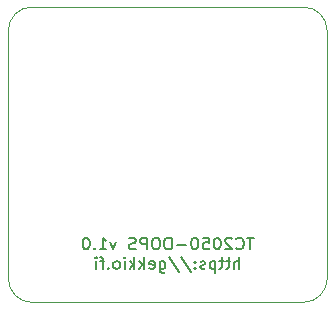
<source format=gbr>
G04 #@! TF.GenerationSoftware,KiCad,Pcbnew,5.1.6-c6e7f7d~86~ubuntu20.04.1*
G04 #@! TF.CreationDate,2020-05-16T23:21:58+03:00*
G04 #@! TF.ProjectId,TC2050-OOPS,54433230-3530-42d4-9f4f-50532e6b6963,v1.0*
G04 #@! TF.SameCoordinates,Original*
G04 #@! TF.FileFunction,Legend,Bot*
G04 #@! TF.FilePolarity,Positive*
%FSLAX46Y46*%
G04 Gerber Fmt 4.6, Leading zero omitted, Abs format (unit mm)*
G04 Created by KiCad (PCBNEW 5.1.6-c6e7f7d~86~ubuntu20.04.1) date 2020-05-16 23:21:58*
%MOMM*%
%LPD*%
G01*
G04 APERTURE LIST*
G04 #@! TA.AperFunction,Profile*
%ADD10C,0.050000*%
G04 #@! TD*
%ADD11C,0.150000*%
G04 APERTURE END LIST*
D10*
X74000000Y-49000000D02*
G75*
G02*
X76000000Y-51000000I0J-2000000D01*
G01*
X76000000Y-72000000D02*
G75*
G02*
X74000000Y-74000000I-2000000J0D01*
G01*
X51000000Y-74000000D02*
G75*
G02*
X49000000Y-72000000I0J2000000D01*
G01*
D11*
X69785714Y-68527380D02*
X69214285Y-68527380D01*
X69500000Y-69527380D02*
X69500000Y-68527380D01*
X68309523Y-69432142D02*
X68357142Y-69479761D01*
X68500000Y-69527380D01*
X68595238Y-69527380D01*
X68738095Y-69479761D01*
X68833333Y-69384523D01*
X68880952Y-69289285D01*
X68928571Y-69098809D01*
X68928571Y-68955952D01*
X68880952Y-68765476D01*
X68833333Y-68670238D01*
X68738095Y-68575000D01*
X68595238Y-68527380D01*
X68500000Y-68527380D01*
X68357142Y-68575000D01*
X68309523Y-68622619D01*
X67928571Y-68622619D02*
X67880952Y-68575000D01*
X67785714Y-68527380D01*
X67547619Y-68527380D01*
X67452380Y-68575000D01*
X67404761Y-68622619D01*
X67357142Y-68717857D01*
X67357142Y-68813095D01*
X67404761Y-68955952D01*
X67976190Y-69527380D01*
X67357142Y-69527380D01*
X66738095Y-68527380D02*
X66642857Y-68527380D01*
X66547619Y-68575000D01*
X66500000Y-68622619D01*
X66452380Y-68717857D01*
X66404761Y-68908333D01*
X66404761Y-69146428D01*
X66452380Y-69336904D01*
X66500000Y-69432142D01*
X66547619Y-69479761D01*
X66642857Y-69527380D01*
X66738095Y-69527380D01*
X66833333Y-69479761D01*
X66880952Y-69432142D01*
X66928571Y-69336904D01*
X66976190Y-69146428D01*
X66976190Y-68908333D01*
X66928571Y-68717857D01*
X66880952Y-68622619D01*
X66833333Y-68575000D01*
X66738095Y-68527380D01*
X65500000Y-68527380D02*
X65976190Y-68527380D01*
X66023809Y-69003571D01*
X65976190Y-68955952D01*
X65880952Y-68908333D01*
X65642857Y-68908333D01*
X65547619Y-68955952D01*
X65500000Y-69003571D01*
X65452380Y-69098809D01*
X65452380Y-69336904D01*
X65500000Y-69432142D01*
X65547619Y-69479761D01*
X65642857Y-69527380D01*
X65880952Y-69527380D01*
X65976190Y-69479761D01*
X66023809Y-69432142D01*
X64833333Y-68527380D02*
X64738095Y-68527380D01*
X64642857Y-68575000D01*
X64595238Y-68622619D01*
X64547619Y-68717857D01*
X64500000Y-68908333D01*
X64500000Y-69146428D01*
X64547619Y-69336904D01*
X64595238Y-69432142D01*
X64642857Y-69479761D01*
X64738095Y-69527380D01*
X64833333Y-69527380D01*
X64928571Y-69479761D01*
X64976190Y-69432142D01*
X65023809Y-69336904D01*
X65071428Y-69146428D01*
X65071428Y-68908333D01*
X65023809Y-68717857D01*
X64976190Y-68622619D01*
X64928571Y-68575000D01*
X64833333Y-68527380D01*
X64071428Y-69146428D02*
X63309523Y-69146428D01*
X62642857Y-68527380D02*
X62452380Y-68527380D01*
X62357142Y-68575000D01*
X62261904Y-68670238D01*
X62214285Y-68860714D01*
X62214285Y-69194047D01*
X62261904Y-69384523D01*
X62357142Y-69479761D01*
X62452380Y-69527380D01*
X62642857Y-69527380D01*
X62738095Y-69479761D01*
X62833333Y-69384523D01*
X62880952Y-69194047D01*
X62880952Y-68860714D01*
X62833333Y-68670238D01*
X62738095Y-68575000D01*
X62642857Y-68527380D01*
X61595238Y-68527380D02*
X61404761Y-68527380D01*
X61309523Y-68575000D01*
X61214285Y-68670238D01*
X61166666Y-68860714D01*
X61166666Y-69194047D01*
X61214285Y-69384523D01*
X61309523Y-69479761D01*
X61404761Y-69527380D01*
X61595238Y-69527380D01*
X61690476Y-69479761D01*
X61785714Y-69384523D01*
X61833333Y-69194047D01*
X61833333Y-68860714D01*
X61785714Y-68670238D01*
X61690476Y-68575000D01*
X61595238Y-68527380D01*
X60738095Y-69527380D02*
X60738095Y-68527380D01*
X60357142Y-68527380D01*
X60261904Y-68575000D01*
X60214285Y-68622619D01*
X60166666Y-68717857D01*
X60166666Y-68860714D01*
X60214285Y-68955952D01*
X60261904Y-69003571D01*
X60357142Y-69051190D01*
X60738095Y-69051190D01*
X59785714Y-69479761D02*
X59642857Y-69527380D01*
X59404761Y-69527380D01*
X59309523Y-69479761D01*
X59261904Y-69432142D01*
X59214285Y-69336904D01*
X59214285Y-69241666D01*
X59261904Y-69146428D01*
X59309523Y-69098809D01*
X59404761Y-69051190D01*
X59595238Y-69003571D01*
X59690476Y-68955952D01*
X59738095Y-68908333D01*
X59785714Y-68813095D01*
X59785714Y-68717857D01*
X59738095Y-68622619D01*
X59690476Y-68575000D01*
X59595238Y-68527380D01*
X59357142Y-68527380D01*
X59214285Y-68575000D01*
X58119047Y-68860714D02*
X57880952Y-69527380D01*
X57642857Y-68860714D01*
X56738095Y-69527380D02*
X57309523Y-69527380D01*
X57023809Y-69527380D02*
X57023809Y-68527380D01*
X57119047Y-68670238D01*
X57214285Y-68765476D01*
X57309523Y-68813095D01*
X56309523Y-69432142D02*
X56261904Y-69479761D01*
X56309523Y-69527380D01*
X56357142Y-69479761D01*
X56309523Y-69432142D01*
X56309523Y-69527380D01*
X55642857Y-68527380D02*
X55547619Y-68527380D01*
X55452380Y-68575000D01*
X55404761Y-68622619D01*
X55357142Y-68717857D01*
X55309523Y-68908333D01*
X55309523Y-69146428D01*
X55357142Y-69336904D01*
X55404761Y-69432142D01*
X55452380Y-69479761D01*
X55547619Y-69527380D01*
X55642857Y-69527380D01*
X55738095Y-69479761D01*
X55785714Y-69432142D01*
X55833333Y-69336904D01*
X55880952Y-69146428D01*
X55880952Y-68908333D01*
X55833333Y-68717857D01*
X55785714Y-68622619D01*
X55738095Y-68575000D01*
X55642857Y-68527380D01*
X68571428Y-71177380D02*
X68571428Y-70177380D01*
X68142857Y-71177380D02*
X68142857Y-70653571D01*
X68190476Y-70558333D01*
X68285714Y-70510714D01*
X68428571Y-70510714D01*
X68523809Y-70558333D01*
X68571428Y-70605952D01*
X67809523Y-70510714D02*
X67428571Y-70510714D01*
X67666666Y-70177380D02*
X67666666Y-71034523D01*
X67619047Y-71129761D01*
X67523809Y-71177380D01*
X67428571Y-71177380D01*
X67238095Y-70510714D02*
X66857142Y-70510714D01*
X67095238Y-70177380D02*
X67095238Y-71034523D01*
X67047619Y-71129761D01*
X66952380Y-71177380D01*
X66857142Y-71177380D01*
X66523809Y-70510714D02*
X66523809Y-71510714D01*
X66523809Y-70558333D02*
X66428571Y-70510714D01*
X66238095Y-70510714D01*
X66142857Y-70558333D01*
X66095238Y-70605952D01*
X66047619Y-70701190D01*
X66047619Y-70986904D01*
X66095238Y-71082142D01*
X66142857Y-71129761D01*
X66238095Y-71177380D01*
X66428571Y-71177380D01*
X66523809Y-71129761D01*
X65666666Y-71129761D02*
X65571428Y-71177380D01*
X65380952Y-71177380D01*
X65285714Y-71129761D01*
X65238095Y-71034523D01*
X65238095Y-70986904D01*
X65285714Y-70891666D01*
X65380952Y-70844047D01*
X65523809Y-70844047D01*
X65619047Y-70796428D01*
X65666666Y-70701190D01*
X65666666Y-70653571D01*
X65619047Y-70558333D01*
X65523809Y-70510714D01*
X65380952Y-70510714D01*
X65285714Y-70558333D01*
X64809523Y-71082142D02*
X64761904Y-71129761D01*
X64809523Y-71177380D01*
X64857142Y-71129761D01*
X64809523Y-71082142D01*
X64809523Y-71177380D01*
X64809523Y-70558333D02*
X64761904Y-70605952D01*
X64809523Y-70653571D01*
X64857142Y-70605952D01*
X64809523Y-70558333D01*
X64809523Y-70653571D01*
X63619047Y-70129761D02*
X64476190Y-71415476D01*
X62571428Y-70129761D02*
X63428571Y-71415476D01*
X61809523Y-70510714D02*
X61809523Y-71320238D01*
X61857142Y-71415476D01*
X61904761Y-71463095D01*
X62000000Y-71510714D01*
X62142857Y-71510714D01*
X62238095Y-71463095D01*
X61809523Y-71129761D02*
X61904761Y-71177380D01*
X62095238Y-71177380D01*
X62190476Y-71129761D01*
X62238095Y-71082142D01*
X62285714Y-70986904D01*
X62285714Y-70701190D01*
X62238095Y-70605952D01*
X62190476Y-70558333D01*
X62095238Y-70510714D01*
X61904761Y-70510714D01*
X61809523Y-70558333D01*
X60952380Y-71129761D02*
X61047619Y-71177380D01*
X61238095Y-71177380D01*
X61333333Y-71129761D01*
X61380952Y-71034523D01*
X61380952Y-70653571D01*
X61333333Y-70558333D01*
X61238095Y-70510714D01*
X61047619Y-70510714D01*
X60952380Y-70558333D01*
X60904761Y-70653571D01*
X60904761Y-70748809D01*
X61380952Y-70844047D01*
X60476190Y-71177380D02*
X60476190Y-70177380D01*
X60380952Y-70796428D02*
X60095238Y-71177380D01*
X60095238Y-70510714D02*
X60476190Y-70891666D01*
X59666666Y-71177380D02*
X59666666Y-70177380D01*
X59571428Y-70796428D02*
X59285714Y-71177380D01*
X59285714Y-70510714D02*
X59666666Y-70891666D01*
X58857142Y-71177380D02*
X58857142Y-70510714D01*
X58857142Y-70177380D02*
X58904761Y-70225000D01*
X58857142Y-70272619D01*
X58809523Y-70225000D01*
X58857142Y-70177380D01*
X58857142Y-70272619D01*
X58238095Y-71177380D02*
X58333333Y-71129761D01*
X58380952Y-71082142D01*
X58428571Y-70986904D01*
X58428571Y-70701190D01*
X58380952Y-70605952D01*
X58333333Y-70558333D01*
X58238095Y-70510714D01*
X58095238Y-70510714D01*
X58000000Y-70558333D01*
X57952380Y-70605952D01*
X57904761Y-70701190D01*
X57904761Y-70986904D01*
X57952380Y-71082142D01*
X58000000Y-71129761D01*
X58095238Y-71177380D01*
X58238095Y-71177380D01*
X57476190Y-71082142D02*
X57428571Y-71129761D01*
X57476190Y-71177380D01*
X57523809Y-71129761D01*
X57476190Y-71082142D01*
X57476190Y-71177380D01*
X57142857Y-70510714D02*
X56761904Y-70510714D01*
X57000000Y-71177380D02*
X57000000Y-70320238D01*
X56952380Y-70225000D01*
X56857142Y-70177380D01*
X56761904Y-70177380D01*
X56428571Y-71177380D02*
X56428571Y-70510714D01*
X56428571Y-70177380D02*
X56476190Y-70225000D01*
X56428571Y-70272619D01*
X56380952Y-70225000D01*
X56428571Y-70177380D01*
X56428571Y-70272619D01*
D10*
X49000000Y-51000000D02*
G75*
G02*
X51000000Y-49000000I2000000J0D01*
G01*
X74000000Y-49000000D02*
X51000000Y-49000000D01*
X76000000Y-72000000D02*
X76000000Y-51000000D01*
X51000000Y-74000000D02*
X74000000Y-74000000D01*
X49000000Y-51000000D02*
X49000000Y-72000000D01*
M02*

</source>
